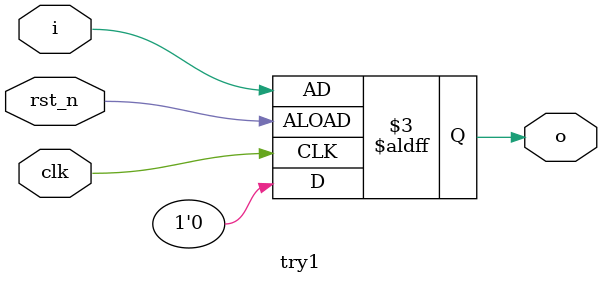
<source format=sv>
module try1
(
	// Clock and Reset.	
	input logic 	clk,    												// Clock.
	input logic 	rst_n,  												// Asynchronous reset active low.

	// General.
	input logic		i, 												// Backpropagation needed in the current process.
	output logic	o 												// Backpropagation needed in the current process.
);

	always @(posedge clk or posedge rst_n) begin 
		if(!rst_n) begin
			o <= 0;
		end else begin
			o <= i;
		end
	end
endmodule
</source>
